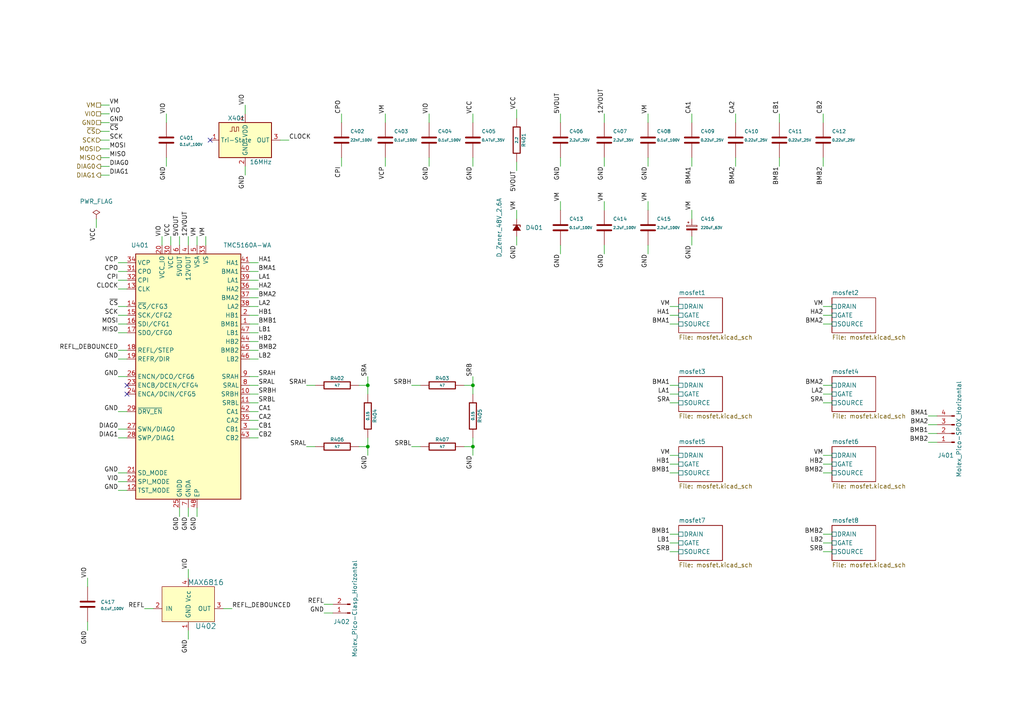
<source format=kicad_sch>
(kicad_sch (version 20230121) (generator eeschema)
  (paper "A4")
  (title_block (title "stepper-interface") (date "2024-05-06") (rev "1.0") (company "Howard Hughes Medical Institute"))
  (lib_symbols
    (symbol "Janelia:CP_220uF_50V_10.3x10.3mm_Hybrid_Antivib" (pin_numbers hide) (pin_names (offset 0.254) hide)
      (property "Reference" "C" (at 0.254 1.778 0))
      (property "Value" "220uF_63V" (at 0 0 0))
      (symbol "CP_220uF_50V_10.3x10.3mm_Hybrid_Antivib_0_1"
        (rectangle (start -1.524 -0.3048) (end 1.524 -0.6858) (fill (type outline)))
        (rectangle (start -1.524 0.6858) (end 1.524 0.3048))
        (polyline (pts (xy -1.27 1.524) (xy -0.762 1.524)))
        (polyline (pts (xy -1.016 1.27) (xy -1.016 1.778)))
      )
      (symbol "CP_220uF_50V_10.3x10.3mm_Hybrid_Antivib_1_1"
        (pin passive line (at 0 2.54 270) (length 1.8542) (name "~") (number "1"))
        (pin passive line (at 0 -2.54 90) (length 1.8542) (name "~") (number "2"))
      )
    )
    (symbol "Janelia:C_0.1uF_100V_0402" (pin_numbers hide) (pin_names (offset 0.254))
      (property "Reference" "C" (at 0 2.54 0))
      (property "Value" "0.1uF_100V" (at 0 0 0))
      (symbol "C_0.1uF_100V_0402_0_1"
        (polyline (pts (xy -2.032 -0.762) (xy 2.032 -0.762)) (stroke (width 0.508)))
        (polyline (pts (xy -2.032 0.762) (xy 2.032 0.762)) (stroke (width 0.508)))
      )
      (symbol "C_0.1uF_100V_0402_1_1"
        (pin passive line (at 0 5.08 270) (length 4.318) (name "~") (number "1"))
        (pin passive line (at 0 -5.08 90) (length 4.318) (name "~") (number "2"))
      )
    )
    (symbol "Janelia:C_0.22uF_25V_0402" (pin_numbers hide) (pin_names (offset 0.254))
      (property "Reference" "C" (at 0 2.54 0))
      (property "Value" "0.22uF_25V" (at 0 0 0))
      (symbol "C_0.22uF_25V_0402_0_1"
        (polyline (pts (xy -2.032 -0.762) (xy 2.032 -0.762)) (stroke (width 0.508)))
        (polyline (pts (xy -2.032 0.762) (xy 2.032 0.762)) (stroke (width 0.508)))
      )
      (symbol "C_0.22uF_25V_0402_1_1"
        (pin passive line (at 0 5.08 270) (length 4.318) (name "~") (number "1"))
        (pin passive line (at 0 -5.08 90) (length 4.318) (name "~") (number "2"))
      )
    )
    (symbol "Janelia:C_0.47uF_35V_0402" (pin_numbers hide) (pin_names (offset 0.254))
      (property "Reference" "C" (at 0 2.54 0))
      (property "Value" "0.47uF_35V" (at 0 0 0))
      (symbol "C_0.47uF_35V_0402_0_1"
        (polyline (pts (xy -2.032 -0.762) (xy 2.032 -0.762)) (stroke (width 0.508)))
        (polyline (pts (xy -2.032 0.762) (xy 2.032 0.762)) (stroke (width 0.508)))
      )
      (symbol "C_0.47uF_35V_0402_1_1"
        (pin passive line (at 0 5.08 270) (length 4.318) (name "~") (number "1"))
        (pin passive line (at 0 -5.08 90) (length 4.318) (name "~") (number "2"))
      )
    )
    (symbol "Janelia:C_2.2uF_100V_0805" (pin_numbers hide) (pin_names (offset 0.254))
      (property "Reference" "C" (at 0 2.54 0))
      (property "Value" "2.2uF_100V" (at 0 0 0))
      (symbol "C_2.2uF_100V_0805_0_1"
        (polyline (pts (xy -2.032 -0.762) (xy 2.032 -0.762)) (stroke (width 0.508)))
        (polyline (pts (xy -2.032 0.762) (xy 2.032 0.762)) (stroke (width 0.508)))
      )
      (symbol "C_2.2uF_100V_0805_1_1"
        (pin passive line (at 0 5.08 270) (length 4.318) (name "~") (number "1"))
        (pin passive line (at 0 -5.08 90) (length 4.318) (name "~") (number "2"))
      )
    )
    (symbol "Janelia:C_2.2uF_35V_0402" (pin_numbers hide) (pin_names (offset 0.254))
      (property "Reference" "C" (at 0 2.54 0))
      (property "Value" "2.2uF_35V" (at 0 0 0))
      (symbol "C_2.2uF_35V_0402_0_1"
        (polyline (pts (xy -2.032 -0.762) (xy 2.032 -0.762)) (stroke (width 0.508)))
        (polyline (pts (xy -2.032 0.762) (xy 2.032 0.762)) (stroke (width 0.508)))
      )
      (symbol "C_2.2uF_35V_0402_1_1"
        (pin passive line (at 0 5.08 270) (length 4.318) (name "~") (number "1"))
        (pin passive line (at 0 -5.08 90) (length 4.318) (name "~") (number "2"))
      )
    )
    (symbol "Janelia:C_22nF_100V_0603" (pin_numbers hide) (pin_names (offset 0.254))
      (property "Reference" "C" (at 0 2.54 0))
      (property "Value" "22nF_100V" (at 0 0 0))
      (symbol "C_22nF_100V_0603_0_1"
        (polyline (pts (xy -2.032 -0.762) (xy 2.032 -0.762)) (stroke (width 0.508)))
        (polyline (pts (xy -2.032 0.762) (xy 2.032 0.762)) (stroke (width 0.508)))
      )
      (symbol "C_22nF_100V_0603_1_1"
        (pin passive line (at 0 5.08 270) (length 4.318) (name "~") (number "1"))
        (pin passive line (at 0 -5.08 90) (length 4.318) (name "~") (number "2"))
      )
    )
    (symbol "Janelia:Conn_01x02_P1mm_Molex_Pico-Clasp-501330_Horizontal" (pin_names (offset 1.016) hide)
      (property "Reference" "J" (at 2.54 2.54 0))
      (property "Value" "Molex_Pico-Clasp_Horizontal" (at -1.27 -1.27 90))
      (symbol "Conn_01x02_P1mm_Molex_Pico-Clasp-501330_Horizontal_1_1"
        (polyline (pts (xy 1.27 -2.54) (xy 0.8636 -2.54)) (stroke (width 0.1524)))
        (polyline (pts (xy 1.27 0) (xy 0.8636 0)) (stroke (width 0.1524)))
        (rectangle (start 0.8636 -2.413) (end 0 -2.667) (stroke (width 0.1524)) (fill (type outline)))
        (rectangle (start 0.8636 0.127) (end 0 -0.127) (stroke (width 0.1524)) (fill (type outline)))
        (pin passive line (at 5.08 0 180) (length 3.81) (name "Pin_1") (number "1"))
        (pin passive line (at 5.08 -2.54 180) (length 3.81) (name "Pin_2") (number "2"))
        (pin no_connect line (at 7.62 -1.27 180) (length 2.54) hide (name "") (number "MP"))
      )
    )
    (symbol "Janelia:Conn_01x04_P1.5mm_Molex_Pico-SPOX-87438_Horizontal" (pin_names (offset 1.016) hide)
      (property "Reference" "J" (at 2.54 6.35 0))
      (property "Value" "Molex_Pico-SPOX_Horizontal" (at -1.27 -1.27 90))
      (symbol "Conn_01x04_P1.5mm_Molex_Pico-SPOX-87438_Horizontal_1_1"
        (polyline (pts (xy 1.27 -5.08) (xy 0.8636 -5.08)) (stroke (width 0.1524)))
        (polyline (pts (xy 1.27 -2.54) (xy 0.8636 -2.54)) (stroke (width 0.1524)))
        (polyline (pts (xy 1.27 0) (xy 0.8636 0)) (stroke (width 0.1524)))
        (polyline (pts (xy 1.27 2.54) (xy 0.8636 2.54)) (stroke (width 0.1524)))
        (rectangle (start 0.8636 -4.953) (end 0 -5.207) (stroke (width 0.1524)) (fill (type outline)))
        (rectangle (start 0.8636 -2.413) (end 0 -2.667) (stroke (width 0.1524)) (fill (type outline)))
        (rectangle (start 0.8636 0.127) (end 0 -0.127) (stroke (width 0.1524)) (fill (type outline)))
        (rectangle (start 0.8636 2.667) (end 0 2.413) (stroke (width 0.1524)) (fill (type outline)))
        (pin passive line (at 5.08 2.54 180) (length 3.81) (name "Pin_1") (number "1"))
        (pin passive line (at 5.08 0 180) (length 3.81) (name "Pin_2") (number "2"))
        (pin passive line (at 5.08 -2.54 180) (length 3.81) (name "Pin_3") (number "3"))
        (pin passive line (at 5.08 -5.08 180) (length 3.81) (name "Pin_4") (number "4"))
      )
    )
    (symbol "Janelia:D_Zener_48V_2.6A" (pin_numbers hide) (pin_names (offset 0.254) hide)
      (property "Reference" "D" (at 0 2.286 0))
      (property "Value" "D_Zener_48V_2.6A" (at 0 -2.286 0))
      (symbol "D_Zener_48V_2.6A_0_1"
        (polyline (pts (xy 0.762 0) (xy -0.762 0)))
        (polyline (pts (xy -0.254 1.016) (xy -0.762 1.016) (xy -0.762 -1.016)) (stroke (width 0.254)))
        (polyline (pts (xy 0.762 1.016) (xy -0.762 0) (xy 0.762 -1.016) (xy 0.762 1.016)) (stroke (width 0.254)) (fill (type outline)))
      )
      (symbol "D_Zener_48V_2.6A_1_1"
        (pin passive line (at -2.54 0 0) (length 1.778) (name "K") (number "1"))
        (pin passive line (at 2.54 0 180) (length 1.778) (name "A") (number "2"))
      )
    )
    (symbol "Janelia:MAX6816" (pin_names (offset 1.016))
      (property "Reference" "U" (at 5.08 -6.35 0))
      (property "Value" "MAX6816" (at 5.08 6.35 0))
      (symbol "MAX6816_1_1"
        (rectangle (start -7.62 5.08) (end 7.62 -5.08) (fill (type background)))
        (pin power_in line (at 0 -7.62 90) (length 2.54) (name "GND") (number "1"))
        (pin passive line (at -10.16 -1.27 0) (length 2.54) (name "IN") (number "2"))
        (pin output line (at 10.16 -1.27 180) (length 2.54) (name "OUT") (number "3"))
        (pin power_in line (at 0 7.62 270) (length 2.54) (name "Vcc") (number "4"))
      )
    )
    (symbol "Janelia:Oscillator_16MHz_ECS-2520S33"
      (property "Reference" "X" (at -5.08 6.35 0))
      (property "Value" "16MHz" (at 1.27 -6.35 0))
      (symbol "Oscillator_16MHz_ECS-2520S33_0_1"
        (rectangle (start -7.62 5.08) (end 7.62 -5.08) (stroke (width 0.254)) (fill (type background)))
        (polyline (pts (xy -4.445 2.54) (xy -3.81 2.54) (xy -3.81 3.81) (xy -3.175 3.81) (xy -3.175 2.54) (xy -2.54 2.54) (xy -2.54 3.81) (xy -1.905 3.81) (xy -1.905 2.54)))
      )
      (symbol "Oscillator_16MHz_ECS-2520S33_1_1"
        (pin input line (at -10.16 0 0) (length 2.54) (name "Tri-State") (number "1"))
        (pin power_in line (at 0 -7.62 90) (length 2.54) (name "GND") (number "2"))
        (pin output line (at 10.16 0 180) (length 2.54) (name "OUT") (number "3"))
        (pin power_in line (at 0 7.62 270) (length 2.54) (name "VDD") (number "4"))
      )
    )
    (symbol "Janelia:R_0.15_1W_1206_CS" (pin_numbers hide) (pin_names (offset 0))
      (property "Reference" "R" (at 2.032 0 90))
      (property "Value" "0.15" (at 0 0 90))
      (symbol "R_0.15_1W_1206_CS_0_1"
        (rectangle (start -1.016 3.81) (end 1.016 -3.81) (stroke (width 0.3048)))
      )
      (symbol "R_0.15_1W_1206_CS_1_1"
        (pin passive line (at 0 6.35 270) (length 2.54) (name "~") (number "1"))
        (pin passive line (at 0 -6.35 90) (length 2.54) (name "~") (number "2"))
      )
    )
    (symbol "Janelia:R_2.2_0402" (pin_numbers hide) (pin_names (offset 0))
      (property "Reference" "R" (at 2.032 0 90))
      (property "Value" "2.2" (at 0 0 90))
      (symbol "R_2.2_0402_0_1"
        (rectangle (start -1.016 3.81) (end 1.016 -3.81) (stroke (width 0.3048)))
      )
      (symbol "R_2.2_0402_1_1"
        (pin passive line (at 0 6.35 270) (length 2.54) (name "~") (number "1"))
        (pin passive line (at 0 -6.35 90) (length 2.54) (name "~") (number "2"))
      )
    )
    (symbol "Janelia:R_47_0.063W_0402" (pin_numbers hide) (pin_names (offset 0))
      (property "Reference" "R" (at 2.032 0 90))
      (property "Value" "47" (at 0 0 90))
      (symbol "R_47_0.063W_0402_0_1"
        (rectangle (start -1.016 3.81) (end 1.016 -3.81) (stroke (width 0.3048)))
      )
      (symbol "R_47_0.063W_0402_1_1"
        (pin passive line (at 0 6.35 270) (length 2.54) (name "~") (number "1"))
        (pin passive line (at 0 -6.35 90) (length 2.54) (name "~") (number "2"))
      )
    )
    (symbol "Janelia:TMC5160A-WA"
      (property "Reference" "U" (at -11.43 38.1 0))
      (property "Value" "TMC5160A-WA" (at 10.16 38.1 0))
      (symbol "TMC5160A-WA_1_0"
        (rectangle (start -15.24 -35.56) (end 15.24 35.56) (stroke (width 0.254)) (fill (type background)))
      )
      (symbol "TMC5160A-WA_1_1"
        (pin passive line (at 17.78 15.24 180) (length 2.54) (name "BMB1") (number "1"))
        (pin passive line (at 17.78 -5.08 180) (length 2.54) (name "SRBH") (number "10"))
        (pin passive line (at 17.78 -7.62 180) (length 2.54) (name "SRBL") (number "11"))
        (pin input line (at -17.78 -33.02 0) (length 2.54) (name "TST_MODE") (number "12"))
        (pin input line (at -17.78 25.4 0) (length 2.54) (name "CLK") (number "13"))
        (pin input line (at -17.78 20.32 0) (length 2.54) (name "~{CS}/CFG3") (number "14"))
        (pin input line (at -17.78 17.78 0) (length 2.54) (name "SCK/CFG2") (number "15"))
        (pin input line (at -17.78 15.24 0) (length 2.54) (name "SDI/CFG1") (number "16"))
        (pin bidirectional line (at -17.78 12.7 0) (length 2.54) (name "SDO/CFG0") (number "17"))
        (pin input line (at -17.78 7.62 0) (length 2.54) (name "REFL/STEP") (number "18"))
        (pin input line (at -17.78 5.08 0) (length 2.54) (name "REFR/DIR") (number "19"))
        (pin output line (at 17.78 17.78 180) (length 2.54) (name "HB1") (number "2"))
        (pin power_in line (at -7.62 38.1 270) (length 2.54) (name "VCC_IO") (number "20"))
        (pin input line (at -17.78 -27.94 0) (length 2.54) (name "SD_MODE") (number "21"))
        (pin input line (at -17.78 -30.48 0) (length 2.54) (name "SPI_MODE") (number "22"))
        (pin input line (at -17.78 -2.54 0) (length 2.54) (name "ENCB/DCEN/CFG4") (number "23"))
        (pin input line (at -17.78 -5.08 0) (length 2.54) (name "ENCA/DCIN/CFG5") (number "24"))
        (pin power_in line (at -2.54 -38.1 90) (length 2.54) (name "GNDD") (number "25"))
        (pin bidirectional line (at -17.78 0 0) (length 2.54) (name "ENCN/DCO/CFG6") (number "26"))
        (pin bidirectional line (at -17.78 -15.24 0) (length 2.54) (name "SWN/DIAG0") (number "27"))
        (pin bidirectional line (at -17.78 -17.78 0) (length 2.54) (name "SWP/DIAG1") (number "28"))
        (pin input line (at -17.78 -10.16 0) (length 2.54) (name "~{DRV_EN}") (number "29"))
        (pin passive line (at 17.78 -15.24 180) (length 2.54) (name "CB1") (number "3"))
        (pin power_in line (at -5.08 38.1 270) (length 2.54) (name "VCC") (number "30"))
        (pin passive line (at -17.78 30.48 0) (length 2.54) (name "CPO") (number "31"))
        (pin passive line (at -17.78 27.94 0) (length 2.54) (name "CPI") (number "32"))
        (pin power_in line (at 5.08 38.1 270) (length 2.54) (name "VS") (number "33"))
        (pin passive line (at -17.78 33.02 0) (length 2.54) (name "VCP") (number "34"))
        (pin passive line (at 17.78 -12.7 180) (length 2.54) (name "CA2") (number "35"))
        (pin output line (at 17.78 25.4 180) (length 2.54) (name "HA2") (number "36"))
        (pin passive line (at 17.78 22.86 180) (length 2.54) (name "BMA2") (number "37"))
        (pin output line (at 17.78 20.32 180) (length 2.54) (name "LA2") (number "38"))
        (pin output line (at 17.78 27.94 180) (length 2.54) (name "LA1") (number "39"))
        (pin power_out line (at 0 38.1 270) (length 2.54) (name "12VOUT") (number "4"))
        (pin passive line (at 17.78 30.48 180) (length 2.54) (name "BMA1") (number "40"))
        (pin output line (at 17.78 33.02 180) (length 2.54) (name "HA1") (number "41"))
        (pin passive line (at 17.78 -10.16 180) (length 2.54) (name "CA1") (number "42"))
        (pin passive line (at 17.78 -17.78 180) (length 2.54) (name "CB2") (number "43"))
        (pin output line (at 17.78 10.16 180) (length 2.54) (name "HB2") (number "44"))
        (pin passive line (at 17.78 7.62 180) (length 2.54) (name "BMB2") (number "45"))
        (pin output line (at 17.78 5.08 180) (length 2.54) (name "LB2") (number "46"))
        (pin output line (at 17.78 12.7 180) (length 2.54) (name "LB1") (number "47"))
        (pin power_in line (at 2.54 -38.1 90) (length 2.54) (name "EP") (number "48"))
        (pin power_in line (at 2.54 38.1 270) (length 2.54) (name "VSA") (number "5"))
        (pin power_out line (at -2.54 38.1 270) (length 2.54) (name "5VOUT") (number "6"))
        (pin power_in line (at 0 -38.1 90) (length 2.54) (name "GNDA") (number "7"))
        (pin passive line (at 17.78 -2.54 180) (length 2.54) (name "SRAL") (number "8"))
        (pin passive line (at 17.78 0 180) (length 2.54) (name "SRAH") (number "9"))
      )
    )
    (symbol "power:PWR_FLAG" (power) (pin_numbers hide) (pin_names (offset 0) hide)
      (property "Value" "PWR_FLAG" (at 0 3.81 0))
      (symbol "PWR_FLAG_0_0"
        (pin power_out line (at 0 0 90) (length 0) (name "pwr") (number "1"))
      )
      (symbol "PWR_FLAG_0_1"
        (polyline (pts (xy 0 0) (xy 0 1.27) (xy -1.016 1.905) (xy 0 2.54) (xy 1.016 1.905) (xy 0 1.27)))
      )
    )
  )
  (junction (at 106.68 111.76))
  (junction (at 137.16 129.54))
  (junction (at 137.16 111.76))
  (junction (at 106.68 129.54))
  (no_connect (at 36.83 114.3))
  (no_connect (at 60.96 40.64))
  (no_connect (at 36.83 111.76))
  (wire (pts (xy 194.31 132.08) (xy 196.85 132.08)))
  (wire (pts (xy 44.45 176.53) (xy 41.91 176.53)))
  (wire (pts (xy 72.39 93.98) (xy 74.93 93.98)))
  (wire (pts (xy 25.4 170.18) (xy 25.4 167.64)))
  (wire (pts (xy 238.76 93.98) (xy 241.3 93.98)))
  (wire (pts (xy 59.69 71.12) (xy 59.69 68.58)))
  (wire (pts (xy 106.68 114.3) (xy 106.68 111.76)))
  (wire (pts (xy 238.76 134.62) (xy 241.3 134.62)))
  (wire (pts (xy 72.39 88.9) (xy 74.93 88.9)))
  (wire (pts (xy 72.39 114.3) (xy 74.93 114.3)))
  (wire (pts (xy 175.26 60.96) (xy 175.26 58.42)))
  (wire (pts (xy 54.61 147.32) (xy 54.61 149.86)))
  (wire (pts (xy 194.31 160.02) (xy 196.85 160.02)))
  (wire (pts (xy 194.31 134.62) (xy 196.85 134.62)))
  (wire (pts (xy 111.76 35.56) (xy 111.76 33.02)))
  (wire (pts (xy 29.21 35.56) (xy 31.75 35.56)))
  (wire (pts (xy 72.39 81.28) (xy 74.93 81.28)))
  (wire (pts (xy 194.31 116.84) (xy 196.85 116.84)))
  (wire (pts (xy 194.31 111.76) (xy 196.85 111.76)))
  (wire (pts (xy 96.52 175.26) (xy 93.98 175.26)))
  (wire (pts (xy 29.21 50.8) (xy 31.75 50.8)))
  (wire (pts (xy 36.83 109.22) (xy 34.29 109.22)))
  (wire (pts (xy 187.96 71.12) (xy 187.96 73.66)))
  (wire (pts (xy 238.76 137.16) (xy 241.3 137.16)))
  (wire (pts (xy 106.68 129.54) (xy 106.68 132.08)))
  (wire (pts (xy 124.46 35.56) (xy 124.46 33.02)))
  (wire (pts (xy 269.24 123.19) (xy 271.78 123.19)))
  (wire (pts (xy 27.94 63.5) (xy 27.94 66.04)))
  (wire (pts (xy 194.31 93.98) (xy 196.85 93.98)))
  (wire (pts (xy 175.26 45.72) (xy 175.26 48.26)))
  (wire (pts (xy 29.21 48.26) (xy 31.75 48.26)))
  (wire (pts (xy 72.39 76.2) (xy 74.93 76.2)))
  (wire (pts (xy 72.39 109.22) (xy 74.93 109.22)))
  (wire (pts (xy 134.62 129.54) (xy 137.16 129.54)))
  (wire (pts (xy 104.14 111.76) (xy 106.68 111.76)))
  (wire (pts (xy 162.56 35.56) (xy 162.56 33.02)))
  (wire (pts (xy 29.21 43.18) (xy 31.75 43.18)))
  (wire (pts (xy 36.83 81.28) (xy 34.29 81.28)))
  (wire (pts (xy 238.76 116.84) (xy 241.3 116.84)))
  (wire (pts (xy 52.07 147.32) (xy 52.07 149.86)))
  (wire (pts (xy 36.83 83.82) (xy 34.29 83.82)))
  (wire (pts (xy 162.56 45.72) (xy 162.56 48.26)))
  (wire (pts (xy 96.52 177.8) (xy 93.98 177.8)))
  (wire (pts (xy 194.31 88.9) (xy 196.85 88.9)))
  (wire (pts (xy 54.61 182.88) (xy 54.61 185.42)))
  (wire (pts (xy 46.99 71.12) (xy 46.99 68.58)))
  (wire (pts (xy 137.16 114.3) (xy 137.16 111.76)))
  (wire (pts (xy 54.61 71.12) (xy 54.61 68.58)))
  (wire (pts (xy 36.83 142.24) (xy 34.29 142.24)))
  (wire (pts (xy 29.21 38.1) (xy 31.75 38.1)))
  (wire (pts (xy 72.39 91.44) (xy 74.93 91.44)))
  (wire (pts (xy 149.86 63.5) (xy 149.86 60.96)))
  (wire (pts (xy 71.12 33.02) (xy 71.12 30.48)))
  (wire (pts (xy 137.16 129.54) (xy 137.16 132.08)))
  (wire (pts (xy 194.31 114.3) (xy 196.85 114.3)))
  (wire (pts (xy 36.83 104.14) (xy 34.29 104.14)))
  (wire (pts (xy 36.83 137.16) (xy 34.29 137.16)))
  (wire (pts (xy 106.68 111.76) (xy 106.68 109.22)))
  (wire (pts (xy 137.16 127) (xy 137.16 129.54)))
  (wire (pts (xy 72.39 101.6) (xy 74.93 101.6)))
  (wire (pts (xy 72.39 121.92) (xy 74.93 121.92)))
  (wire (pts (xy 72.39 111.76) (xy 74.93 111.76)))
  (wire (pts (xy 238.76 157.48) (xy 241.3 157.48)))
  (wire (pts (xy 134.62 111.76) (xy 137.16 111.76)))
  (wire (pts (xy 106.68 127) (xy 106.68 129.54)))
  (wire (pts (xy 72.39 78.74) (xy 74.93 78.74)))
  (wire (pts (xy 81.28 40.64) (xy 83.82 40.64)))
  (wire (pts (xy 48.26 35.56) (xy 48.26 33.02)))
  (wire (pts (xy 71.12 48.26) (xy 71.12 50.8)))
  (wire (pts (xy 99.06 35.56) (xy 99.06 33.02)))
  (wire (pts (xy 25.4 180.34) (xy 25.4 182.88)))
  (wire (pts (xy 36.83 124.46) (xy 34.29 124.46)))
  (wire (pts (xy 213.36 35.56) (xy 213.36 33.02)))
  (wire (pts (xy 238.76 114.3) (xy 241.3 114.3)))
  (wire (pts (xy 36.83 119.38) (xy 34.29 119.38)))
  (wire (pts (xy 137.16 111.76) (xy 137.16 109.22)))
  (wire (pts (xy 72.39 127) (xy 74.93 127)))
  (wire (pts (xy 162.56 60.96) (xy 162.56 58.42)))
  (wire (pts (xy 72.39 119.38) (xy 74.93 119.38)))
  (wire (pts (xy 36.83 76.2) (xy 34.29 76.2)))
  (wire (pts (xy 29.21 45.72) (xy 31.75 45.72)))
  (wire (pts (xy 200.66 68.58) (xy 200.66 71.12)))
  (wire (pts (xy 99.06 45.72) (xy 99.06 48.26)))
  (wire (pts (xy 162.56 71.12) (xy 162.56 73.66)))
  (wire (pts (xy 91.44 111.76) (xy 88.9 111.76)))
  (wire (pts (xy 72.39 124.46) (xy 74.93 124.46)))
  (wire (pts (xy 238.76 88.9) (xy 241.3 88.9)))
  (wire (pts (xy 194.31 91.44) (xy 196.85 91.44)))
  (wire (pts (xy 194.31 154.94) (xy 196.85 154.94)))
  (wire (pts (xy 57.15 71.12) (xy 57.15 68.58)))
  (wire (pts (xy 57.15 147.32) (xy 57.15 149.86)))
  (wire (pts (xy 36.83 93.98) (xy 34.29 93.98)))
  (wire (pts (xy 226.06 35.56) (xy 226.06 33.02)))
  (wire (pts (xy 121.92 111.76) (xy 119.38 111.76)))
  (wire (pts (xy 64.77 176.53) (xy 67.31 176.53)))
  (wire (pts (xy 29.21 30.48) (xy 31.75 30.48)))
  (wire (pts (xy 175.26 71.12) (xy 175.26 73.66)))
  (wire (pts (xy 238.76 91.44) (xy 241.3 91.44)))
  (wire (pts (xy 149.86 34.29) (xy 149.86 31.75)))
  (wire (pts (xy 226.06 48.26) (xy 226.06 45.72)))
  (wire (pts (xy 238.76 48.26) (xy 238.76 45.72)))
  (wire (pts (xy 149.86 46.99) (xy 149.86 49.53)))
  (wire (pts (xy 104.14 129.54) (xy 106.68 129.54)))
  (wire (pts (xy 238.76 132.08) (xy 241.3 132.08)))
  (wire (pts (xy 149.86 68.58) (xy 149.86 71.12)))
  (wire (pts (xy 36.83 101.6) (xy 34.29 101.6)))
  (wire (pts (xy 36.83 91.44) (xy 34.29 91.44)))
  (wire (pts (xy 200.66 63.5) (xy 200.66 60.96)))
  (wire (pts (xy 175.26 35.56) (xy 175.26 33.02)))
  (wire (pts (xy 36.83 78.74) (xy 34.29 78.74)))
  (wire (pts (xy 72.39 104.14) (xy 74.93 104.14)))
  (wire (pts (xy 48.26 45.72) (xy 48.26 48.26)))
  (wire (pts (xy 36.83 88.9) (xy 34.29 88.9)))
  (wire (pts (xy 72.39 83.82) (xy 74.93 83.82)))
  (wire (pts (xy 72.39 99.06) (xy 74.93 99.06)))
  (wire (pts (xy 36.83 139.7) (xy 34.29 139.7)))
  (wire (pts (xy 269.24 120.65) (xy 271.78 120.65)))
  (wire (pts (xy 187.96 35.56) (xy 187.96 33.02)))
  (wire (pts (xy 36.83 96.52) (xy 34.29 96.52)))
  (wire (pts (xy 187.96 45.72) (xy 187.96 48.26)))
  (wire (pts (xy 54.61 167.64) (xy 54.61 165.1)))
  (wire (pts (xy 111.76 45.72) (xy 111.76 48.26)))
  (wire (pts (xy 124.46 45.72) (xy 124.46 48.26)))
  (wire (pts (xy 72.39 86.36) (xy 74.93 86.36)))
  (wire (pts (xy 121.92 129.54) (xy 119.38 129.54)))
  (wire (pts (xy 137.16 45.72) (xy 137.16 48.26)))
  (wire (pts (xy 137.16 35.56) (xy 137.16 33.02)))
  (wire (pts (xy 29.21 40.64) (xy 31.75 40.64)))
  (wire (pts (xy 269.24 128.27) (xy 271.78 128.27)))
  (wire (pts (xy 200.66 48.26) (xy 200.66 45.72)))
  (wire (pts (xy 52.07 71.12) (xy 52.07 68.58)))
  (wire (pts (xy 187.96 60.96) (xy 187.96 58.42)))
  (wire (pts (xy 29.21 33.02) (xy 31.75 33.02)))
  (wire (pts (xy 49.53 71.12) (xy 49.53 68.58)))
  (wire (pts (xy 72.39 96.52) (xy 74.93 96.52)))
  (wire (pts (xy 213.36 48.26) (xy 213.36 45.72)))
  (wire (pts (xy 238.76 35.56) (xy 238.76 33.02)))
  (wire (pts (xy 194.31 157.48) (xy 196.85 157.48)))
  (wire (pts (xy 238.76 111.76) (xy 241.3 111.76)))
  (wire (pts (xy 200.66 35.56) (xy 200.66 33.02)))
  (wire (pts (xy 238.76 160.02) (xy 241.3 160.02)))
  (wire (pts (xy 91.44 129.54) (xy 88.9 129.54)))
  (wire (pts (xy 238.76 154.94) (xy 241.3 154.94)))
  (wire (pts (xy 269.24 125.73) (xy 271.78 125.73)))
  (wire (pts (xy 72.39 116.84) (xy 74.93 116.84)))
  (wire (pts (xy 194.31 137.16) (xy 196.85 137.16)))
  (wire (pts (xy 36.83 127) (xy 34.29 127)))
  (label "VIO" (at 71.12 30.48 90))
  (label "SRBL" (at 119.38 129.54 180))
  (label "BMB1" (at 226.06 48.26 270))
  (label "HB2" (at 238.76 134.62 180))
  (label "SCK" (at 34.29 91.44 180))
  (label "VM" (at 59.69 68.58 90))
  (label "VIO" (at 48.26 33.02 90))
  (label "SRAH" (at 88.9 111.76 180))
  (label "GND" (at 200.66 71.12 270))
  (label "BMA1" (at 200.66 48.26 270))
  (label "GND" (at 34.29 104.14 180))
  (label "GND" (at 34.29 137.16 180))
  (label "CB2" (at 238.76 33.02 90))
  (label "BMA2" (at 74.93 86.36 0))
  (label "BMA1" (at 269.24 120.65 180))
  (label "VCC" (at 137.16 33.02 90))
  (label "VM" (at 149.86 60.96 90))
  (label "SRB" (at 238.76 160.02 180))
  (label "CB1" (at 226.06 33.02 90))
  (label "SRA" (at 238.76 116.84 180))
  (label "VIO" (at 31.75 33.02 0))
  (label "VCC" (at 149.86 31.75 90))
  (label "SRBH" (at 74.93 114.3 0))
  (label "VM" (at 200.66 60.96 90))
  (label "BMB1" (at 194.31 137.16 180))
  (label "LA1" (at 194.31 114.3 180))
  (label "VIO" (at 25.4 167.64 90))
  (label "CB1" (at 74.93 124.46 0))
  (label "GND" (at 34.29 142.24 180))
  (label "GND" (at 175.26 73.66 270))
  (label "GND" (at 149.86 71.12 270))
  (label "BMB1" (at 194.31 154.94 180))
  (label "GND" (at 187.96 73.66 270))
  (label "VIO" (at 54.61 165.1 90))
  (label "GND" (at 137.16 132.08 270))
  (label "MOSI" (at 34.29 93.98 180))
  (label "BMA2" (at 213.36 48.26 270))
  (label "VM" (at 194.31 88.9 180))
  (label "DIAG1" (at 34.29 127 180))
  (label "BMA1" (at 194.31 111.76 180))
  (label "GND" (at 34.29 119.38 180))
  (label "LB2" (at 74.93 104.14 0))
  (label "MISO" (at 34.29 96.52 180))
  (label "LB1" (at 74.93 96.52 0))
  (label "VM" (at 57.15 68.58 90))
  (label "LA2" (at 238.76 114.3 180))
  (label "~{CS}" (at 34.29 88.9 180))
  (label "VM" (at 194.31 132.08 180))
  (label "REFL_DEBOUNCED" (at 34.29 101.6 180))
  (label "5VOUT" (at 149.86 49.53 270))
  (label "BMA1" (at 194.31 93.98 180))
  (label "GND" (at 34.29 109.22 180))
  (label "CA2" (at 213.36 33.02 90))
  (label "GND" (at 106.68 132.08 270))
  (label "MISO" (at 31.75 45.72 0))
  (label "CPI" (at 99.06 48.26 270))
  (label "BMB2" (at 238.76 48.26 270))
  (label "GND" (at 25.4 182.88 270))
  (label "VM" (at 31.75 30.48 0))
  (label "GND" (at 175.26 48.26 270))
  (label "SRBL" (at 74.93 116.84 0))
  (label "GND" (at 54.61 149.86 270))
  (label "GND" (at 187.96 48.26 270))
  (label "SRAL" (at 74.93 111.76 0))
  (label "12VOUT" (at 175.26 33.02 90))
  (label "MOSI" (at 31.75 43.18 0))
  (label "BMA2" (at 269.24 123.19 180))
  (label "SRAH" (at 74.93 109.22 0))
  (label "HA1" (at 194.31 91.44 180))
  (label "GND" (at 162.56 73.66 270))
  (label "GND" (at 162.56 48.26 270))
  (label "BMB1" (at 269.24 125.73 180))
  (label "REFL_DEBOUNCED" (at 67.31 176.53 0))
  (label "DIAG1" (at 31.75 50.8 0))
  (label "VM" (at 238.76 132.08 180))
  (label "CA2" (at 74.93 121.92 0))
  (label "SRA" (at 194.31 116.84 180))
  (label "DIAG0" (at 34.29 124.46 180))
  (label "GND" (at 54.61 185.42 270))
  (label "SRB" (at 137.16 109.22 90))
  (label "HB2" (at 74.93 99.06 0))
  (label "GND" (at 48.26 48.26 270))
  (label "GND" (at 71.12 50.8 270))
  (label "DIAG0" (at 31.75 48.26 0))
  (label "VIO" (at 124.46 33.02 90))
  (label "LB1" (at 194.31 157.48 180))
  (label "HB1" (at 74.93 91.44 0))
  (label "BMB1" (at 74.93 93.98 0))
  (label "BMB2" (at 74.93 101.6 0))
  (label "GND" (at 93.98 177.8 180))
  (label "VCC" (at 49.53 68.58 90))
  (label "VM" (at 162.56 58.42 90))
  (label "VM" (at 187.96 58.42 90))
  (label "VM" (at 111.76 33.02 90))
  (label "VIO" (at 34.29 139.7 180))
  (label "CPO" (at 99.06 33.02 90))
  (label "~{CS}" (at 31.75 38.1 0))
  (label "VCC" (at 27.94 66.04 270))
  (label "CA1" (at 74.93 119.38 0))
  (label "VM" (at 175.26 58.42 90))
  (label "BMA2" (at 238.76 111.76 180))
  (label "GND" (at 57.15 149.86 270))
  (label "BMB2" (at 238.76 154.94 180))
  (label "BMA2" (at 238.76 93.98 180))
  (label "GND" (at 31.75 35.56 0))
  (label "REFL" (at 41.91 176.53 180))
  (label "BMA1" (at 74.93 78.74 0))
  (label "HA1" (at 74.93 76.2 0))
  (label "BMB2" (at 238.76 137.16 180))
  (label "SRB" (at 194.31 160.02 180))
  (label "LA1" (at 74.93 81.28 0))
  (label "SRAL" (at 88.9 129.54 180))
  (label "SCK" (at 31.75 40.64 0))
  (label "CA1" (at 200.66 33.02 90))
  (label "CPO" (at 34.29 78.74 180))
  (label "12VOUT" (at 54.61 68.58 90))
  (label "GND" (at 124.46 48.26 270))
  (label "VM" (at 238.76 88.9 180))
  (label "REFL" (at 93.98 175.26 180))
  (label "CB2" (at 74.93 127 0))
  (label "CLOCK" (at 34.29 83.82 180))
  (label "HB1" (at 194.31 134.62 180))
  (label "HA2" (at 74.93 83.82 0))
  (label "5VOUT" (at 52.07 68.58 90))
  (label "CLOCK" (at 83.82 40.64 0))
  (label "GND" (at 137.16 48.26 270))
  (label "VIO" (at 46.99 68.58 90))
  (label "VCP" (at 111.76 48.26 270))
  (label "BMB2" (at 269.24 128.27 180))
  (label "LB2" (at 238.76 157.48 180))
  (label "VCP" (at 34.29 76.2 180))
  (label "LA2" (at 74.93 88.9 0))
  (label "VM" (at 187.96 33.02 90))
  (label "GND" (at 52.07 149.86 270))
  (label "CPI" (at 34.29 81.28 180))
  (label "HA2" (at 238.76 91.44 180))
  (label "SRA" (at 106.68 109.22 90))
  (label "5VOUT" (at 162.56 33.02 90))
  (label "SRBH" (at 119.38 111.76 180))
  (hierarchical_label "DIAG0" (shape output) (at 29.21 48.26 180))
  (hierarchical_label "VIO" (shape passive) (at 29.21 33.02 180))
  (hierarchical_label "DIAG1" (shape output) (at 29.21 50.8 180))
  (hierarchical_label "VM" (shape passive) (at 29.21 30.48 180))
  (hierarchical_label "MISO" (shape output) (at 29.21 45.72 180))
  (hierarchical_label "MOSI" (shape input) (at 29.21 43.18 180))
  (hierarchical_label "GND" (shape passive) (at 29.21 35.56 180))
  (hierarchical_label "~{CS}" (shape input) (at 29.21 38.1 180))
  (hierarchical_label "SCK" (shape input) (at 29.21 40.64 180))
  (symbol (lib_id "Janelia:C_0.22uF_25V_0402") (at 226.06 40.64 0) (unit 1)
    (property "Reference" "C411" (at 228.6 38.1 0) (effects (font (size 1.016 1.016)) (justify left)))
    (property "Value" "0.22uF_25V" (at 228.6 40.64 0) (effects (font (size 0.762 0.762)) (justify left)))
    (property "Footprint" "Janelia:C_0402_1005Metric" (effects hide))
    (property "Vendor" "Digi-Key" (effects hide))
    (property "Vendor Part Number" "490-12245-1-ND" (effects hide))
    (property "Manufacturer" "Murata Electronics" (effects hide))
    (property "Manufacturer Part Number" "GRT155C81E224KE01D" (effects hide))
    (property "Package" "0402" (effects hide))
    (property "Synopsis" "CAP CER 0.22UF 25V X6S" (effects hide))
  )
  (symbol (lib_id "Janelia:R_47_0.063W_0402") (at 97.79 129.54 90) (unit 1)
    (property "Reference" "R406" (at 97.79 127.508 90) (effects (font (size 1.016 1.016))))
    (property "Value" "47" (at 97.79 129.54 90) (effects (font (size 0.762 0.762))))
    (property "Footprint" "Janelia:R_0402_1005Metric" (effects hide))
    (property "Vendor" "Digi-Key" (effects hide))
    (property "Vendor Part Number" "RMCF0402FT47R0CT-ND" (effects hide))
    (property "Package" "0402" (effects hide))
    (property "Manufacturer" "Stackpole Electronics Inc" (effects hide))
    (property "Manufacturer Part Number" "RMCF0402FT47R0" (effects hide))
    (property "Synopsis" "RES 47 OHM 1% 1/16W" (effects hide))
  )
  (symbol (lib_id "Janelia:C_0.1uF_100V_0402") (at 187.96 40.64 0) (unit 1)
    (property "Reference" "C408" (at 190.5 38.1 0) (effects (font (size 1.016 1.016)) (justify left)))
    (property "Value" "0.1uF_100V" (at 190.5 40.64 0) (effects (font (size 0.762 0.762)) (justify left)))
    (property "Footprint" "Janelia:C_0402_1005Metric" (effects hide))
    (property "Vendor" "Digi-Key" (effects hide))
    (property "Vendor Part Number" "490-10458-1-ND" (effects hide))
    (property "Manufacturer" "Murata Electronics" (effects hide))
    (property "Manufacturer Part Number" "GRM155R62A104KE14D" (effects hide))
    (property "Package" "0402" (effects hide))
    (property "Synopsis" "CAP CER 0.1UF 100V X5R" (effects hide))
  )
  (symbol (lib_id "Janelia:C_0.22uF_25V_0402") (at 200.66 40.64 0) (unit 1)
    (property "Reference" "C409" (at 203.2 38.1 0) (effects (font (size 1.016 1.016)) (justify left)))
    (property "Value" "0.22uF_25V" (at 203.2 40.64 0) (effects (font (size 0.762 0.762)) (justify left)))
    (property "Footprint" "Janelia:C_0402_1005Metric" (effects hide))
    (property "Vendor" "Digi-Key" (effects hide))
    (property "Vendor Part Number" "490-12245-1-ND" (effects hide))
    (property "Manufacturer" "Murata Electronics" (effects hide))
    (property "Manufacturer Part Number" "GRT155C81E224KE01D" (effects hide))
    (property "Package" "0402" (effects hide))
    (property "Synopsis" "CAP CER 0.22UF 25V X6S" (effects hide))
  )
  (symbol (lib_id "Janelia:C_2.2uF_35V_0402") (at 162.56 40.64 0) (unit 1)
    (property "Reference" "C406" (at 165.1 38.1 0) (effects (font (size 1.016 1.016)) (justify left)))
    (property "Value" "2.2uF_35V" (at 165.1 40.64 0) (effects (font (size 0.762 0.762)) (justify left)))
    (property "Footprint" "Janelia:C_0402_1005Metric" (effects hide))
    (property "Vendor" "Digi-Key" (effects hide))
    (property "Vendor Part Number" "445-9028-1-ND" (effects hide))
    (property "Package" "0402" (effects hide))
    (property "Manufacturer" "TDK Corporation" (effects hide))
    (property "Manufacturer Part Number" "C1005X5R1V225K050BC" (effects hide))
    (property "Synopsis" "CAP CER 2.2UF 35V X5R" (effects hide))
  )
  (symbol (lib_id "Janelia:Conn_01x04_P1.5mm_Molex_Pico-SPOX-87438_Horizontal") (at 276.86 125.73 180) (unit 1)
    (property "Reference" "J401" (at 274.32 132.08 0))
    (property "Value" "Molex_Pico-SPOX_Horizontal" (at 278.13 124.46 90))
    (property "Footprint" "Janelia:Molex_Pico-SPOX-87438_1x04-P1.5mm_Horizontal" (effects hide))
    (property "Manufacturer" "Molex" (effects hide))
    (property "Manufacturer Part Number" "0874380443" (effects hide))
    (property "Vendor" "Digi-Key" (effects hide))
    (property "Vendor Part Number" "WM7648CT-ND" (effects hide))
    (property "Synopsis" "CONN HEADER SMD R/A 4POS 1.5MM" (effects hide))
  )
  (symbol (lib_id "Janelia:MAX6816") (at 54.61 175.26 0) (unit 1)
    (property "Reference" "U402" (at 59.69 181.61 0) (effects (font (size 1.524 1.524))))
    (property "Value" "MAX6816" (at 59.69 168.91 0) (effects (font (size 1.524 1.524))))
    (property "Footprint" "Janelia:SOT192P237X122-4N" (effects hide))
    (property "Package" " SOT143-4" (effects hide))
    (property "Manufacturer" "Analog Devices Inc./Maxim Integrated" (effects hide))
    (property "Manufacturer Part Number" "MAX6816EUS+T" (effects hide))
    (property "Vendor" "Digi-Key" (effects hide))
    (property "Vendor Part Number" "MAX6816EUS+TCT-ND" (effects hide))
    (property "Sim.Enable" "0" (effects hide))
    (property "Synopsis" "IC SWITCH DEBOUNCER" (effects hide))
  )
  (symbol (lib_id "Janelia:C_0.1uF_100V_0402") (at 48.26 40.64 0) (unit 1)
    (property "Reference" "C401" (at 52.07 40.005 0) (effects (font (size 1.016 1.016)) (justify left)))
    (property "Value" "0.1uF_100V" (at 52.07 41.9099 0) (effects (font (size 0.762 0.762)) (justify left)))
    (property "Footprint" "Janelia:C_0402_1005Metric" (effects hide))
    (property "Vendor" "Digi-Key" (effects hide))
    (property "Vendor Part Number" "490-10458-1-ND" (effects hide))
    (property "Manufacturer" "Murata Electronics" (effects hide))
    (property "Manufacturer Part Number" "GRM155R62A104KE14D" (effects hide))
    (property "Package" "0402" (effects hide))
    (property "Synopsis" "CAP CER 0.1UF 100V X5R" (effects hide))
  )
  (symbol (lib_id "Janelia:C_0.22uF_25V_0402") (at 213.36 40.64 0) (unit 1)
    (property "Reference" "C410" (at 215.9 38.1 0) (effects (font (size 1.016 1.016)) (justify left)))
    (property "Value" "0.22uF_25V" (at 215.9 40.64 0) (effects (font (size 0.762 0.762)) (justify left)))
    (property "Footprint" "Janelia:C_0402_1005Metric" (effects hide))
    (property "Vendor" "Digi-Key" (effects hide))
    (property "Vendor Part Number" "490-12245-1-ND" (effects hide))
    (property "Manufacturer" "Murata Electronics" (effects hide))
    (property "Manufacturer Part Number" "GRT155C81E224KE01D" (effects hide))
    (property "Package" "0402" (effects hide))
    (property "Synopsis" "CAP CER 0.22UF 25V X6S" (effects hide))
  )
  (symbol (lib_id "Janelia:C_0.1uF_100V_0402") (at 162.56 66.04 0) (unit 1)
    (property "Reference" "C413" (at 165.1 63.5 0) (effects (font (size 1.016 1.016)) (justify left)))
    (property "Value" "0.1uF_100V" (at 165.1 66.04 0) (effects (font (size 0.762 0.762)) (justify left)))
    (property "Footprint" "Janelia:C_0402_1005Metric" (effects hide))
    (property "Vendor" "Digi-Key" (effects hide))
    (property "Vendor Part Number" "490-10458-1-ND" (effects hide))
    (property "Manufacturer" "Murata Electronics" (effects hide))
    (property "Manufacturer Part Number" "GRM155R62A104KE14D" (effects hide))
    (property "Package" "0402" (effects hide))
    (property "Synopsis" "CAP CER 0.1UF 100V X5R" (effects hide))
  )
  (symbol (lib_id "Janelia:TMC5160A-WA") (at 54.61 109.22 0) (unit 1)
    (property "Reference" "U401" (at 43.18 71.12 0) (effects (justify right)))
    (property "Value" "TMC5160A-WA" (at 64.77 71.12 0) (effects (justify left)))
    (property "Footprint" "Janelia:21-100593_ADI" (effects hide))
    (property "Datasheet" "https://www.analog.com/media/en/technical-documentation/data-sheets/TMC5160A_datasheet_rev1.18.pdf" (effects hide))
    (property "Package" "47-VFQFN Exposed Pad" (effects hide))
    (property "Manufacturer" "Analog Devices Inc." (effects hide))
    (property "Manufacturer Part Number" "TMC5160A-WA" (effects hide))
    (property "Vendor" "Digi-Key" (effects hide))
    (property "Vendor Part Number" "505-TMC5160A-WA-ND" (effects hide))
    (property "Synopsis" "IC MTR DRVR BIPOLAR 8-60V" (effects hide))
  )
  (symbol (lib_id "Janelia:C_22nF_100V_0603") (at 99.06 40.64 0) (unit 1)
    (property "Reference" "C402" (at 101.6 38.1 0) (effects (font (size 1.016 1.016)) (justify left)))
    (property "Value" "22nF_100V" (at 101.6 40.64 0) (effects (font (size 0.762 0.762)) (justify left)))
    (property "Footprint" "Janelia:C_0603_1608Metric" (effects hide))
    (property "Vendor" "Digi-Key" (effects hide))
    (property "Vendor Part Number" "490-4782-1-ND" (effects hide))
    (property "Manufacturer" "Murata Electronics" (effects hide))
    (property "Manufacturer Part Number" "GCM188R72A223KA37D" (effects hide))
    (property "Package" "0603" (effects hide))
    (property "Synopsis" "CAP CER 0.022UF 100V X7R" (effects hide))
  )
  (symbol (lib_id "Janelia:C_2.2uF_100V_0805") (at 187.96 66.04 0) (unit 1)
    (property "Reference" "C415" (at 190.5 63.5 0) (effects (font (size 1.016 1.016)) (justify left)))
    (property "Value" "2.2uF_100V" (at 190.5 66.04 0) (effects (font (size 0.762 0.762)) (justify left)))
    (property "Footprint" "Janelia:C_0805_2012Metric" (effects hide))
    (property "Vendor" "Digi-Key" (effects hide))
    (property "Vendor Part Number" "490-GRT21BD72A225KE13KCT-ND" (effects hide))
    (property "Package" "0805" (effects hide))
    (property "Manufacturer" "Murata Electronics" (effects hide))
    (property "Manufacturer Part Number" "GRT21BD72A225KE13K" (effects hide))
    (property "Synopsis" "CAP CER 2.2UF 100V X7T 0805" (effects hide))
  )
  (symbol (lib_id "Janelia:R_47_0.063W_0402") (at 97.79 111.76 90) (unit 1)
    (property "Reference" "R402" (at 97.79 109.728 90) (effects (font (size 1.016 1.016))))
    (property "Value" "47" (at 97.79 111.76 90) (effects (font (size 0.762 0.762))))
    (property "Footprint" "Janelia:R_0402_1005Metric" (effects hide))
    (property "Vendor" "Digi-Key" (effects hide))
    (property "Vendor Part Number" "RMCF0402FT47R0CT-ND" (effects hide))
    (property "Package" "0402" (effects hide))
    (property "Manufacturer" "Stackpole Electronics Inc" (effects hide))
    (property "Manufacturer Part Number" "RMCF0402FT47R0" (effects hide))
    (property "Synopsis" "RES 47 OHM 1% 1/16W" (effects hide))
  )
  (symbol (lib_id "Janelia:R_0.15_1W_1206_CS") (at 106.68 120.65 0) (unit 1)
    (property "Reference" "R404" (at 108.712 120.65 90) (effects (font (size 1.016 1.016))))
    (property "Value" "0.15" (at 106.68 120.65 90) (effects (font (size 0.762 0.762))))
    (property "Footprint" "Janelia:R_1206_3216Metric" (effects hide))
    (property "Vendor" "Digi-Key" (effects hide))
    (property "Vendor Part Number" "2037-VSRP1206S1-R150FCT-ND" (effects hide))
    (property "Package" "1206" (effects hide))
    (property "Manufacturer" "Delta Electronics/Cyntec" (effects hide))
    (property "Manufacturer Part Number" "VSRP1206S1-R150F" (effects hide))
    (property "Synopsis" "RES 0.15 OHM 1% 1W" (effects hide))
  )
  (symbol (lib_id "Janelia:D_Zener_48V_2.6A") (at 149.86 66.04 270) (unit 1)
    (property "Reference" "D401" (at 152.4 66.04 90) (effects (justify left)))
    (property "Value" "D_Zener_48V_2.6A" (at 144.78 66.04 0))
    (property "Footprint" "Janelia:SMFSeries_LTF" (effects hide))
    (property "Synopsis" "TVS SOD123FL 48V 200W UNIDIR" (effects hide))
    (property "Manufacturer" "Littelfuse Inc." (effects hide))
    (property "Manufacturer Part Number" "SMF48A" (effects hide))
    (property "Vendor" "Digi-Key" (effects hide))
    (property "Vendor Part Number" "F5832CT-ND" (effects hide))
  )
  (symbol (lib_id "power:PWR_FLAG") (at 27.94 63.5 0) (unit 1)
    (property "Reference" "#FLG0401" (effects hide))
    (property "Value" "PWR_FLAG" (at 27.94 58.42 0))
  )
  (symbol (lib_id "Janelia:Oscillator_16MHz_ECS-2520S33") (at 71.12 40.64 0) (unit 1)
    (property "Reference" "X401" (at 66.04 34.29 0) (effects (justify left)))
    (property "Value" "16MHz" (at 72.39 46.99 0) (effects (justify left)))
    (property "Footprint" "Janelia:OSC_ECS-2520S33-160-FN-TR" (effects hide))
    (property "Manufacturer" "ECS Inc." (effects hide))
    (property "Manufacturer Part Number" "ECS-2520S33-160-FN-TR" (effects hide))
    (property "Vendor" "Digi-Key" (effects hide))
    (property "Vendor Part Number" "XC2195CT-ND" (effects hide))
    (property "Synopsis" "XTAL OSC XO 16.0000MHZ HCMOS SMD" (effects hide))
  )
  (symbol (lib_id "Janelia:Conn_01x02_P1mm_Molex_Pico-Clasp-501330_Horizontal") (at 101.6 177.8 180) (unit 1)
    (property "Reference" "J402" (at 99.06 180.34 0))
    (property "Value" "Molex_Pico-Clasp_Horizontal" (at 102.87 176.53 90))
    (property "Footprint" "Janelia:Molex_Pico-Clasp-501568_1x02_P1mm_Horizontal" (effects hide))
    (property "Synopsis" "CONN HEADER SMD R/A 2POS 1MM" (effects hide))
    (property "Manufacturer" "Molex" (effects hide))
    (property "Manufactuer Part Number" "5015680207" (effects hide))
    (property "Vendor" "Digi-Key" (effects hide))
    (property "Vendor Part Number" "WM7893CT-ND" (effects hide))
  )
  (symbol (lib_id "Janelia:R_47_0.063W_0402") (at 128.27 111.76 90) (unit 1)
    (property "Reference" "R403" (at 128.27 109.728 90) (effects (font (size 1.016 1.016))))
    (property "Value" "47" (at 128.27 111.76 90) (effects (font (size 0.762 0.762))))
    (property "Footprint" "Janelia:R_0402_1005Metric" (effects hide))
    (property "Vendor" "Digi-Key" (effects hide))
    (property "Vendor Part Number" "RMCF0402FT47R0CT-ND" (effects hide))
    (property "Package" "0402" (effects hide))
    (property "Manufacturer" "Stackpole Electronics Inc" (effects hide))
    (property "Manufacturer Part Number" "RMCF0402FT47R0" (effects hide))
    (property "Synopsis" "RES 47 OHM 1% 1/16W" (effects hide))
  )
  (symbol (lib_id "Janelia:C_0.47uF_35V_0402") (at 137.16 40.64 0) (unit 1)
    (property "Reference" "C405" (at 139.7 38.1 0) (effects (font (size 1.016 1.016)) (justify left)))
    (property "Value" "0.47uF_35V" (at 139.7 40.64 0) (effects (font (size 0.762 0.762)) (justify left)))
    (property "Footprint" "Janelia:C_0402_1005Metric" (effects hide))
    (property "Vendor" "Digi-Key" (effects hide))
    (property "Vendor Part Number" "490-12273-1-ND" (effects hide))
    (property "Package" "0402" (effects hide))
    (property "Manufacturer" "Murata Electronics" (effects hide))
    (property "Manufacturer Part Number" "GRT155R6YA474KE01D" (effects hide))
    (property "Synopsis" "CAP CER 0.47UF 35V X5R" (effects hide))
  )
  (symbol (lib_id "Janelia:CP_220uF_50V_10.3x10.3mm_Hybrid_Antivib") (at 200.66 66.04 0) (unit 1)
    (property "Reference" "C416" (at 203.2 63.5 0) (effects (font (size 1.016 1.016)) (justify left)))
    (property "Value" "220uF_63V" (at 203.2 66.04 0) (effects (font (size 0.762 0.762)) (justify left)))
    (property "Footprint" "Janelia:CP_Hybrid_EEHZS1H221V" (effects hide))
    (property "Vendor" "Digi-Key" (effects hide))
    (property "Vendor Part Number" "P124108CT-ND" (effects hide))
    (property "Synopsis" "CAP ALUM HYB 220UF 20% 50V SMD" (effects hide))
    (property "Manufacturer" "Panasonic Electronic Components" (effects hide))
    (property "Manufacturer Part Number" "EEH-ZS1H221V" (effects hide))
  )
  (symbol (lib_id "Janelia:C_0.22uF_25V_0402") (at 238.76 40.64 0) (unit 1)
    (property "Reference" "C412" (at 241.3 38.1 0) (effects (font (size 1.016 1.016)) (justify left)))
    (property "Value" "0.22uF_25V" (at 241.3 40.64 0) (effects (font (size 0.762 0.762)) (justify left)))
    (property "Footprint" "Janelia:C_0402_1005Metric" (effects hide))
    (property "Vendor" "Digi-Key" (effects hide))
    (property "Vendor Part Number" "490-12245-1-ND" (effects hide))
    (property "Manufacturer" "Murata Electronics" (effects hide))
    (property "Manufacturer Part Number" "GRT155C81E224KE01D" (effects hide))
    (property "Package" "0402" (effects hide))
    (property "Synopsis" "CAP CER 0.22UF 25V X6S" (effects hide))
  )
  (symbol (lib_id "Janelia:R_47_0.063W_0402") (at 128.27 129.54 90) (unit 1)
    (property "Reference" "R407" (at 128.27 127.508 90) (effects (font (size 1.016 1.016))))
    (property "Value" "47" (at 128.27 129.54 90) (effects (font (size 0.762 0.762))))
    (property "Footprint" "Janelia:R_0402_1005Metric" (effects hide))
    (property "Vendor" "Digi-Key" (effects hide))
    (property "Vendor Part Number" "RMCF0402FT47R0CT-ND" (effects hide))
    (property "Package" "0402" (effects hide))
    (property "Manufacturer" "Stackpole Electronics Inc" (effects hide))
    (property "Manufacturer Part Number" "RMCF0402FT47R0" (effects hide))
    (property "Synopsis" "RES 47 OHM 1% 1/16W" (effects hide))
  )
  (symbol (lib_id "Janelia:R_2.2_0402") (at 149.86 40.64 0) (unit 1)
    (property "Reference" "R401" (at 151.892 40.64 90) (effects (font (size 1.016 1.016))))
    (property "Value" "2.2" (at 149.86 40.64 90) (effects (font (size 0.762 0.762))))
    (property "Footprint" "Janelia:R_0402_1005Metric" (effects hide))
    (property "Vendor" "Digi-Key" (effects hide))
    (property "Vendor Part Number" "P2.2JCT-ND" (effects hide))
    (property "Package" "0402" (effects hide))
    (property "Manufacturer" "Panasonic Electronic Components" (effects hide))
    (property "Manufacturer Part Number" "ERJ-2GEJ2R2X" (effects hide))
    (property "Synopsis" "RES SMD 2.2 OHM 5% 1/10W" (effects hide))
  )
  (symbol (lib_id "Janelia:C_0.1uF_100V_0402") (at 124.46 40.64 0) (unit 1)
    (property "Reference" "C404" (at 127 38.1 0) (effects (font (size 1.016 1.016)) (justify left)))
    (property "Value" "0.1uF_100V" (at 127 40.64 0) (effects (font (size 0.762 0.762)) (justify left)))
    (property "Footprint" "Janelia:C_0402_1005Metric" (effects hide))
    (property "Vendor" "Digi-Key" (effects hide))
    (property "Vendor Part Number" "490-10458-1-ND" (effects hide))
    (property "Manufacturer" "Murata Electronics" (effects hide))
    (property "Manufacturer Part Number" "GRM155R62A104KE14D" (effects hide))
    (property "Package" "0402" (effects hide))
    (property "Synopsis" "CAP CER 0.1UF 100V X5R" (effects hide))
  )
  (symbol (lib_id "Janelia:R_0.15_1W_1206_CS") (at 137.16 120.65 0) (unit 1)
    (property "Reference" "R405" (at 139.192 120.65 90) (effects (font (size 1.016 1.016))))
    (property "Value" "0.15" (at 137.16 120.65 90) (effects (font (size 0.762 0.762))))
    (property "Footprint" "Janelia:R_1206_3216Metric" (effects hide))
    (property "Vendor" "Digi-Key" (effects hide))
    (property "Vendor Part Number" "2037-VSRP1206S1-R150FCT-ND" (effects hide))
    (property "Package" "1206" (effects hide))
    (property "Manufacturer" "Delta Electronics/Cyntec" (effects hide))
    (property "Manufacturer Part Number" "VSRP1206S1-R150F" (effects hide))
    (property "Synopsis" "RES 0.15 OHM 1% 1W" (effects hide))
  )
  (symbol (lib_id "Janelia:C_2.2uF_35V_0402") (at 175.26 40.64 0) (unit 1)
    (property "Reference" "C407" (at 177.8 38.1 0) (effects (font (size 1.016 1.016)) (justify left)))
    (property "Value" "2.2uF_35V" (at 177.8 40.64 0) (effects (font (size 0.762 0.762)) (justify left)))
    (property "Footprint" "Janelia:C_0402_1005Metric" (effects hide))
    (property "Vendor" "Digi-Key" (effects hide))
    (property "Vendor Part Number" "445-9028-1-ND" (effects hide))
    (property "Package" "0402" (effects hide))
    (property "Manufacturer" "TDK Corporation" (effects hide))
    (property "Manufacturer Part Number" "C1005X5R1V225K050BC" (effects hide))
    (property "Synopsis" "CAP CER 2.2UF 35V X5R" (effects hide))
  )
  (symbol (lib_id "Janelia:C_2.2uF_100V_0805") (at 175.26 66.04 0) (unit 1)
    (property "Reference" "C414" (at 177.8 63.5 0) (effects (font (size 1.016 1.016)) (justify left)))
    (property "Value" "2.2uF_100V" (at 177.8 66.04 0) (effects (font (size 0.762 0.762)) (justify left)))
    (property "Footprint" "Janelia:C_0805_2012Metric" (effects hide))
    (property "Vendor" "Digi-Key" (effects hide))
    (property "Vendor Part Number" "490-GRT21BD72A225KE13KCT-ND" (effects hide))
    (property "Package" "0805" (effects hide))
    (property "Manufacturer" "Murata Electronics" (effects hide))
    (property "Manufacturer Part Number" "GRT21BD72A225KE13K" (effects hide))
    (property "Synopsis" "CAP CER 2.2UF 100V X7T 0805" (effects hide))
  )
  (symbol (lib_id "Janelia:C_0.1uF_100V_0402") (at 111.76 40.64 0) (unit 1)
    (property "Reference" "C403" (at 114.3 38.1 0) (effects (font (size 1.016 1.016)) (justify left)))
    (property "Value" "0.1uF_100V" (at 114.3 40.64 0) (effects (font (size 0.762 0.762)) (justify left)))
    (property "Footprint" "Janelia:C_0402_1005Metric" (effects hide))
    (property "Vendor" "Digi-Key" (effects hide))
    (property "Vendor Part Number" "490-10458-1-ND" (effects hide))
    (property "Manufacturer" "Murata Electronics" (effects hide))
    (property "Manufacturer Part Number" "GRM155R62A104KE14D" (effects hide))
    (property "Package" "0402" (effects hide))
    (property "Synopsis" "CAP CER 0.1UF 100V X5R" (effects hide))
  )
  (symbol (lib_id "Janelia:C_0.1uF_100V_0402") (at 25.4 175.26 0) (unit 1)
    (property "Reference" "C417" (at 29.21 174.625 0) (effects (font (size 1.016 1.016)) (justify left)))
    (property "Value" "0.1uF_100V" (at 29.21 176.5299 0) (effects (font (size 0.762 0.762)) (justify left)))
    (property "Footprint" "Janelia:C_0402_1005Metric" (effects hide))
    (property "Vendor" "Digi-Key" (effects hide))
    (property "Vendor Part Number" "490-10458-1-ND" (effects hide))
    (property "Manufacturer" "Murata Electronics" (effects hide))
    (property "Manufacturer Part Number" "GRM155R62A104KE14D" (effects hide))
    (property "Package" "0402" (effects hide))
    (property "Synopsis" "CAP CER 0.1UF 100V X5R" (effects hide))
  )
  (sheet (at 196.85 109.22) (size 12.7 10.16) (stroke (width 0.1524))
    (property "Sheetname" "mosfet3" (at 196.85 108.5084 0) (effects (justify left bottom)))
    (property "Sheetfile" "mosfet.kicad_sch" (at 196.85 119.9646 0) (effects (justify left top)))
    (pin "DRAIN" passive (at 196.85 111.76 180))
    (pin "GATE" passive (at 196.85 114.3 180))
    (pin "SOURCE" passive (at 196.85 116.84 180))
  )
  (sheet (at 196.85 86.36) (size 12.7 10.16) (stroke (width 0.1524))
    (property "Sheetname" "mosfet1" (at 196.85 85.6484 0) (effects (justify left bottom)))
    (property "Sheetfile" "mosfet.kicad_sch" (at 196.85 97.1046 0) (effects (justify left top)))
    (pin "DRAIN" passive (at 196.85 88.9 180))
    (pin "GATE" passive (at 196.85 91.44 180))
    (pin "SOURCE" passive (at 196.85 93.98 180))
  )
  (sheet (at 241.3 129.54) (size 12.7 10.16) (stroke (width 0.1524))
    (property "Sheetname" "mosfet6" (at 241.3 128.8284 0) (effects (justify left bottom)))
    (property "Sheetfile" "mosfet.kicad_sch" (at 241.3 140.2846 0) (effects (justify left top)))
    (pin "DRAIN" passive (at 241.3 132.08 180))
    (pin "GATE" passive (at 241.3 134.62 180))
    (pin "SOURCE" passive (at 241.3 137.16 180))
  )
  (sheet (at 196.85 152.4) (size 12.7 10.16) (stroke (width 0.1524))
    (property "Sheetname" "mosfet7" (at 196.85 151.6884 0) (effects (justify left bottom)))
    (property "Sheetfile" "mosfet.kicad_sch" (at 196.85 163.1446 0) (effects (justify left top)))
    (pin "DRAIN" passive (at 196.85 154.94 180))
    (pin "GATE" passive (at 196.85 157.48 180))
    (pin "SOURCE" passive (at 196.85 160.02 180))
  )
  (sheet (at 241.3 109.22) (size 12.7 10.16) (stroke (width 0.1524))
    (property "Sheetname" "mosfet4" (at 241.3 108.5084 0) (effects (justify left bottom)))
    (property "Sheetfile" "mosfet.kicad_sch" (at 241.3 119.9646 0) (effects (justify left top)))
    (pin "DRAIN" passive (at 241.3 111.76 180))
    (pin "GATE" passive (at 241.3 114.3 180))
    (pin "SOURCE" passive (at 241.3 116.84 180))
  )
  (sheet (at 241.3 152.4) (size 12.7 10.16) (stroke (width 0.1524))
    (property "Sheetname" "mosfet8" (at 241.3 151.6884 0) (effects (justify left bottom)))
    (property "Sheetfile" "mosfet.kicad_sch" (at 241.3 163.1446 0) (effects (justify left top)))
    (pin "DRAIN" passive (at 241.3 154.94 180))
    (pin "GATE" passive (at 241.3 157.48 180))
    (pin "SOURCE" passive (at 241.3 160.02 180))
  )
  (sheet (at 241.3 86.36) (size 12.7 10.16) (stroke (width 0.1524))
    (property "Sheetname" "mosfet2" (at 241.3 85.6484 0) (effects (justify left bottom)))
    (property "Sheetfile" "mosfet.kicad_sch" (at 241.3 97.1046 0) (effects (justify left top)))
    (pin "DRAIN" passive (at 241.3 88.9 180))
    (pin "GATE" passive (at 241.3 91.44 180))
    (pin "SOURCE" passive (at 241.3 93.98 180))
  )
  (sheet (at 196.85 129.54) (size 12.7 10.16) (stroke (width 0.1524))
    (property "Sheetname" "mosfet5" (at 196.85 128.8284 0) (effects (justify left bottom)))
    (property "Sheetfile" "mosfet.kicad_sch" (at 196.85 140.2846 0) (effects (justify left top)))
    (pin "DRAIN" passive (at 196.85 132.08 180))
    (pin "GATE" passive (at 196.85 134.62 180))
    (pin "SOURCE" passive (at 196.85 137.16 180))
  )
)
</source>
